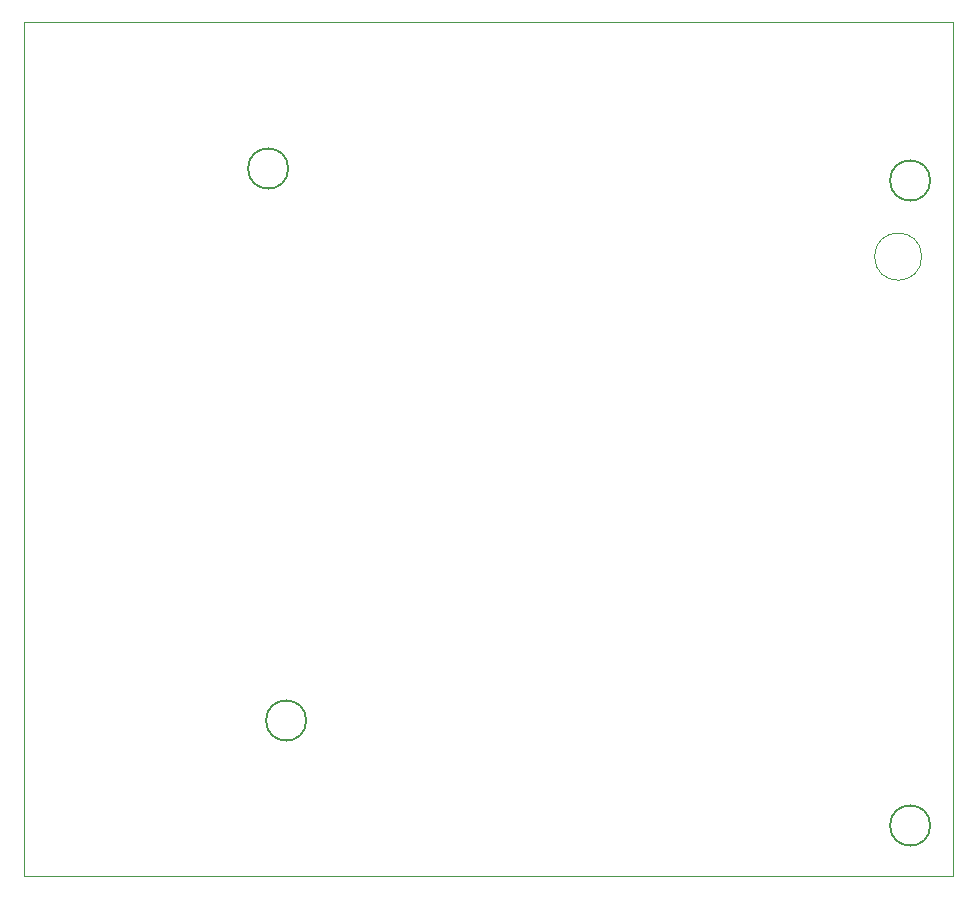
<source format=gbr>
%TF.GenerationSoftware,KiCad,Pcbnew,7.0.6-0*%
%TF.CreationDate,2023-07-29T14:48:15+08:00*%
%TF.ProjectId,Control Panel Motherboard,436f6e74-726f-46c2-9050-616e656c204d,0*%
%TF.SameCoordinates,Original*%
%TF.FileFunction,Profile,NP*%
%FSLAX46Y46*%
G04 Gerber Fmt 4.6, Leading zero omitted, Abs format (unit mm)*
G04 Created by KiCad (PCBNEW 7.0.6-0) date 2023-07-29 14:48:15*
%MOMM*%
%LPD*%
G01*
G04 APERTURE LIST*
%TA.AperFunction,Profile*%
%ADD10C,0.150000*%
%TD*%
%TA.AperFunction,Profile*%
%ADD11C,0.100000*%
%TD*%
G04 APERTURE END LIST*
D10*
X76884000Y-12446000D02*
G75*
G03*
X76884000Y-12446000I-1700000J0D01*
G01*
D11*
X76166000Y-18890000D02*
G75*
G03*
X76166000Y-18890000I-2000000J0D01*
G01*
D10*
X22528000Y-11430000D02*
G75*
G03*
X22528000Y-11430000I-1700000J0D01*
G01*
X76884000Y-67056000D02*
G75*
G03*
X76884000Y-67056000I-1700000J0D01*
G01*
X24052000Y-58166000D02*
G75*
G03*
X24052000Y-58166000I-1700000J0D01*
G01*
D11*
X143000Y1000000D02*
X78793000Y1000000D01*
X78793000Y-71332000D01*
X143000Y-71332000D01*
X143000Y1000000D01*
M02*

</source>
